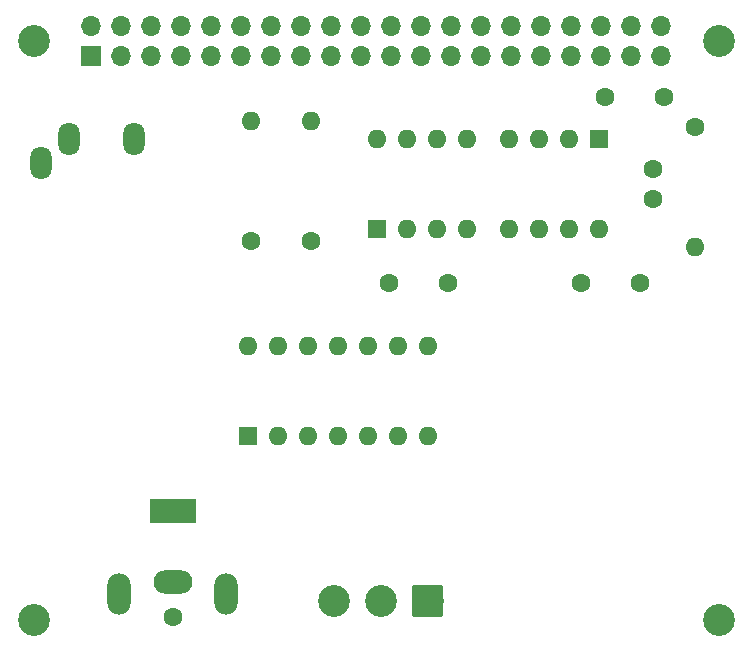
<source format=gts>
G04 #@! TF.GenerationSoftware,KiCad,Pcbnew,(5.1.4)-1*
G04 #@! TF.CreationDate,2019-11-05T17:04:05-05:00*
G04 #@! TF.ProjectId,graphic_equalizer_expansion_pi,67726170-6869-4635-9f65-7175616c697a,rev?*
G04 #@! TF.SameCoordinates,Original*
G04 #@! TF.FileFunction,Soldermask,Top*
G04 #@! TF.FilePolarity,Negative*
%FSLAX46Y46*%
G04 Gerber Fmt 4.6, Leading zero omitted, Abs format (unit mm)*
G04 Created by KiCad (PCBNEW (5.1.4)-1) date 2019-11-05 17:04:05*
%MOMM*%
%LPD*%
G04 APERTURE LIST*
%ADD10C,1.600000*%
%ADD11O,2.000000X3.500000*%
%ADD12O,3.300000X2.000000*%
%ADD13R,4.000000X2.000000*%
%ADD14O,1.800000X2.800000*%
%ADD15O,1.600000X1.600000*%
%ADD16R,1.600000X1.600000*%
%ADD17C,2.700000*%
%ADD18C,0.150000*%
%ADD19R,1.700000X1.700000*%
%ADD20O,1.700000X1.700000*%
G04 APERTURE END LIST*
D10*
X215240000Y-146300000D03*
D11*
X219740000Y-144300000D03*
X210740000Y-144300000D03*
D12*
X215240000Y-143300000D03*
D13*
X215240000Y-137300000D03*
D14*
X211964000Y-105836000D03*
X206464000Y-105836000D03*
X204064000Y-107836000D03*
D15*
X221590000Y-123330000D03*
X236830000Y-130950000D03*
X224130000Y-123330000D03*
X234290000Y-130950000D03*
X226670000Y-123330000D03*
X231750000Y-130950000D03*
X229210000Y-123330000D03*
X229210000Y-130950000D03*
X231750000Y-123330000D03*
X226670000Y-130950000D03*
X234290000Y-123330000D03*
X224130000Y-130950000D03*
X236830000Y-123330000D03*
D16*
X221590000Y-130950000D03*
D17*
X228910000Y-144920000D03*
X232870000Y-144920000D03*
D18*
G36*
X237954503Y-143571204D02*
G01*
X237978772Y-143574804D01*
X238002570Y-143580765D01*
X238025670Y-143589030D01*
X238047849Y-143599520D01*
X238068892Y-143612133D01*
X238088598Y-143626748D01*
X238106776Y-143643224D01*
X238123252Y-143661402D01*
X238137867Y-143681108D01*
X238150480Y-143702151D01*
X238160970Y-143724330D01*
X238169235Y-143747430D01*
X238175196Y-143771228D01*
X238178796Y-143795497D01*
X238180000Y-143820001D01*
X238180000Y-146019999D01*
X238178796Y-146044503D01*
X238175196Y-146068772D01*
X238169235Y-146092570D01*
X238160970Y-146115670D01*
X238150480Y-146137849D01*
X238137867Y-146158892D01*
X238123252Y-146178598D01*
X238106776Y-146196776D01*
X238088598Y-146213252D01*
X238068892Y-146227867D01*
X238047849Y-146240480D01*
X238025670Y-146250970D01*
X238002570Y-146259235D01*
X237978772Y-146265196D01*
X237954503Y-146268796D01*
X237929999Y-146270000D01*
X235730001Y-146270000D01*
X235705497Y-146268796D01*
X235681228Y-146265196D01*
X235657430Y-146259235D01*
X235634330Y-146250970D01*
X235612151Y-146240480D01*
X235591108Y-146227867D01*
X235571402Y-146213252D01*
X235553224Y-146196776D01*
X235536748Y-146178598D01*
X235522133Y-146158892D01*
X235509520Y-146137849D01*
X235499030Y-146115670D01*
X235490765Y-146092570D01*
X235484804Y-146068772D01*
X235481204Y-146044503D01*
X235480000Y-146019999D01*
X235480000Y-143820001D01*
X235481204Y-143795497D01*
X235484804Y-143771228D01*
X235490765Y-143747430D01*
X235499030Y-143724330D01*
X235509520Y-143702151D01*
X235522133Y-143681108D01*
X235536748Y-143661402D01*
X235553224Y-143643224D01*
X235571402Y-143626748D01*
X235591108Y-143612133D01*
X235612151Y-143599520D01*
X235634330Y-143589030D01*
X235657430Y-143580765D01*
X235681228Y-143574804D01*
X235705497Y-143571204D01*
X235730001Y-143570000D01*
X237929999Y-143570000D01*
X237954503Y-143571204D01*
X237954503Y-143571204D01*
G37*
D17*
X236830000Y-144920000D03*
D15*
X232512000Y-105804000D03*
X240132000Y-113424000D03*
X235052000Y-105804000D03*
X237592000Y-113424000D03*
X237592000Y-105804000D03*
X235052000Y-113424000D03*
X240132000Y-105804000D03*
D16*
X232512000Y-113424000D03*
D15*
X251308000Y-113424000D03*
X243688000Y-105804000D03*
X248768000Y-113424000D03*
X246228000Y-105804000D03*
X246228000Y-113424000D03*
X248768000Y-105804000D03*
X243688000Y-113424000D03*
D16*
X251308000Y-105804000D03*
D15*
X259436000Y-114948000D03*
D10*
X259436000Y-104788000D03*
D15*
X221844000Y-104280000D03*
D10*
X221844000Y-114440000D03*
D15*
X226924000Y-104280000D03*
D10*
X226924000Y-114440000D03*
X254784000Y-117996000D03*
X249784000Y-117996000D03*
X238528000Y-117996000D03*
X233528000Y-117996000D03*
X255880000Y-108384000D03*
X255880000Y-110884000D03*
X256816000Y-102248000D03*
X251816000Y-102248000D03*
D19*
X208370000Y-98770000D03*
D20*
X208370000Y-96230000D03*
X210910000Y-98770000D03*
X210910000Y-96230000D03*
X213450000Y-98770000D03*
X213450000Y-96230000D03*
X215990000Y-98770000D03*
X215990000Y-96230000D03*
X218530000Y-98770000D03*
X218530000Y-96230000D03*
X221070000Y-98770000D03*
X221070000Y-96230000D03*
X223610000Y-98770000D03*
X223610000Y-96230000D03*
X226150000Y-98770000D03*
X226150000Y-96230000D03*
X228690000Y-98770000D03*
X228690000Y-96230000D03*
X231230000Y-98770000D03*
X231230000Y-96230000D03*
X233770000Y-98770000D03*
X233770000Y-96230000D03*
X236310000Y-98770000D03*
X236310000Y-96230000D03*
X238850000Y-98770000D03*
X238850000Y-96230000D03*
X241390000Y-98770000D03*
X241390000Y-96230000D03*
X243930000Y-98770000D03*
X243930000Y-96230000D03*
X246470000Y-98770000D03*
X246470000Y-96230000D03*
X249010000Y-98770000D03*
X249010000Y-96230000D03*
X251550000Y-98770000D03*
X251550000Y-96230000D03*
X254090000Y-98770000D03*
X254090000Y-96230000D03*
X256630000Y-98770000D03*
X256630000Y-96230000D03*
D17*
X261500000Y-146500000D03*
X203500000Y-146500000D03*
X261500000Y-97500000D03*
X203500000Y-97500000D03*
M02*

</source>
